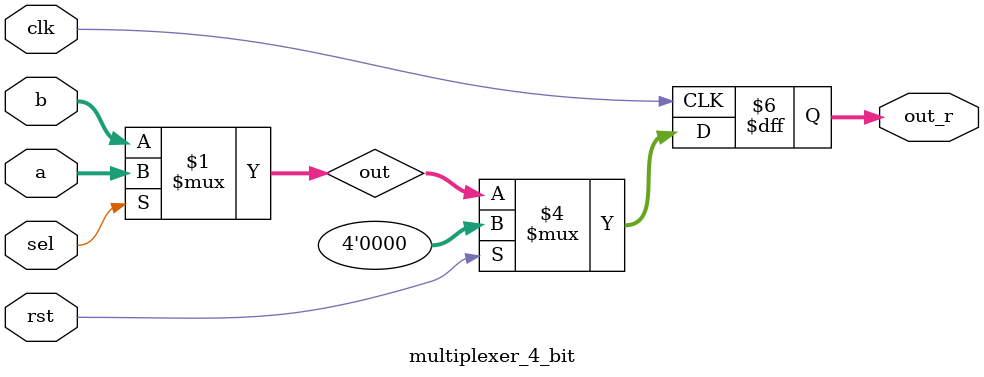
<source format=v>
module ADD_full(output reg c_out_r,sum_r, input a,b,cin,clk,rst);
// wire w1, w2, w3;
wire sum,c_out;
assign sum=a^b^cin;
assign c_out=(a&b)|(cin&(a^b));
always @(posedge clk ) begin
     if (rst) begin
         sum_r <= 0;
         c_out_r <= 0;
     end
     else begin
         sum_r <= sum;
         c_out_r <= c_out;
     end    
end
endmodule

module ADD_full_1(output c_out,sum, input a,b,cin);
// wire w1, w2, w3;

assign sum=a^b^cin;

assign c_out=(a&b)|(cin&(a^b));
    
endmodule


module multiplexer (a,b,sel,out_r,clk,rst);
input a,b,clk,rst;
input sel;
output reg out_r;
wire out;
assign out = sel?a:b;
always @(posedge clk ) begin
     if (rst) begin
         out_r <= 0;
     end
     else begin
         out_r <= out;
     end    
end
endmodule

module multiplexer_1 (a,b,sel,out);

input a,b;
input sel;
output out;
assign out = sel?a:b;
endmodule

module  multiplexer_4_bit (a,b,sel,out_r,clk,rst 
);
input [3:0]a,b;
input sel,clk,rst;
output reg [3:0]out_r;
wire [3:0]out;
assign out= (sel)?a:b;
always @(posedge clk ) begin
     if (rst) begin
         out_r <= 0;
     end
     else begin
         out_r <= out;
     end   
end
endmodule 
</source>
